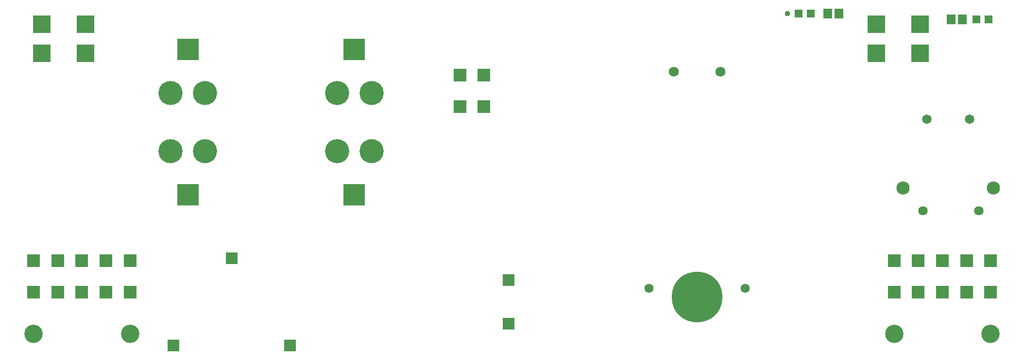
<source format=gbl>
G04 EAGLE Gerber RS-274X export*
G75*
%MOMM*%
%FSLAX34Y34*%
%LPD*%
%INSoldermask Top*%
%IPPOS*%
%AMOC8*
5,1,8,0,0,1.08239X$1,22.5*%
G01*
%ADD10C,1.727200*%
%ADD11C,1.600200*%
%ADD12C,8.839200*%
%ADD13R,2.303200X2.303200*%
%ADD14C,3.203200*%
%ADD15C,1.653200*%
%ADD16C,2.303200*%
%ADD17C,1.633200*%
%ADD18R,1.403200X1.403200*%
%ADD19R,1.503200X1.703200*%
%ADD20R,2.108200X2.108200*%
%ADD21R,3.060700X3.060700*%
%ADD22C,4.203200*%
%ADD23R,3.759200X3.759200*%
%ADD24C,0.959600*%


D10*
X1223140Y512900D03*
X1141860Y512900D03*
D11*
X1266320Y134440D03*
X1098680Y134440D03*
D12*
X1182500Y119200D03*
D13*
X1694000Y127900D03*
X1652000Y127900D03*
X1610000Y127900D03*
X1568000Y127900D03*
X1526000Y127900D03*
X1568000Y182900D03*
X1526000Y182900D03*
X1610000Y182900D03*
X1652000Y182900D03*
X1694000Y182900D03*
D14*
X1694000Y54900D03*
X1526000Y54900D03*
D15*
X1657500Y430000D03*
X1582500Y430000D03*
D16*
X1541500Y310000D03*
X1698500Y310000D03*
D17*
X1576200Y270000D03*
X1673800Y270000D03*
D13*
X811000Y452500D03*
X769000Y452500D03*
X769000Y507500D03*
X811000Y507500D03*
D18*
X1380500Y615000D03*
X1359500Y615000D03*
D19*
X1429500Y615000D03*
X1410500Y615000D03*
D20*
X270000Y35000D03*
X473200Y35000D03*
X371600Y187400D03*
X854200Y149300D03*
X854200Y73100D03*
D18*
X1669500Y605000D03*
X1690500Y605000D03*
D19*
X1625500Y605000D03*
X1644500Y605000D03*
D13*
X194000Y127900D03*
X152000Y127900D03*
X110000Y127900D03*
X68000Y127900D03*
X26000Y127900D03*
X68000Y182900D03*
X26000Y182900D03*
X110000Y182900D03*
X152000Y182900D03*
X194000Y182900D03*
D14*
X194000Y54900D03*
X26000Y54900D03*
D21*
X40000Y595800D03*
X116200Y595800D03*
X116200Y545000D03*
X40000Y545000D03*
X1495000Y595800D03*
X1571200Y595800D03*
X1571200Y545000D03*
X1495000Y545000D03*
D22*
X555000Y374200D03*
X555000Y475800D03*
X325000Y475800D03*
X325000Y374200D03*
D23*
X585000Y552000D03*
X585000Y298000D03*
X295000Y298000D03*
X295000Y552000D03*
D22*
X615000Y374200D03*
X615000Y475800D03*
X265000Y475800D03*
X265000Y374200D03*
D24*
X1340000Y615000D03*
M02*

</source>
